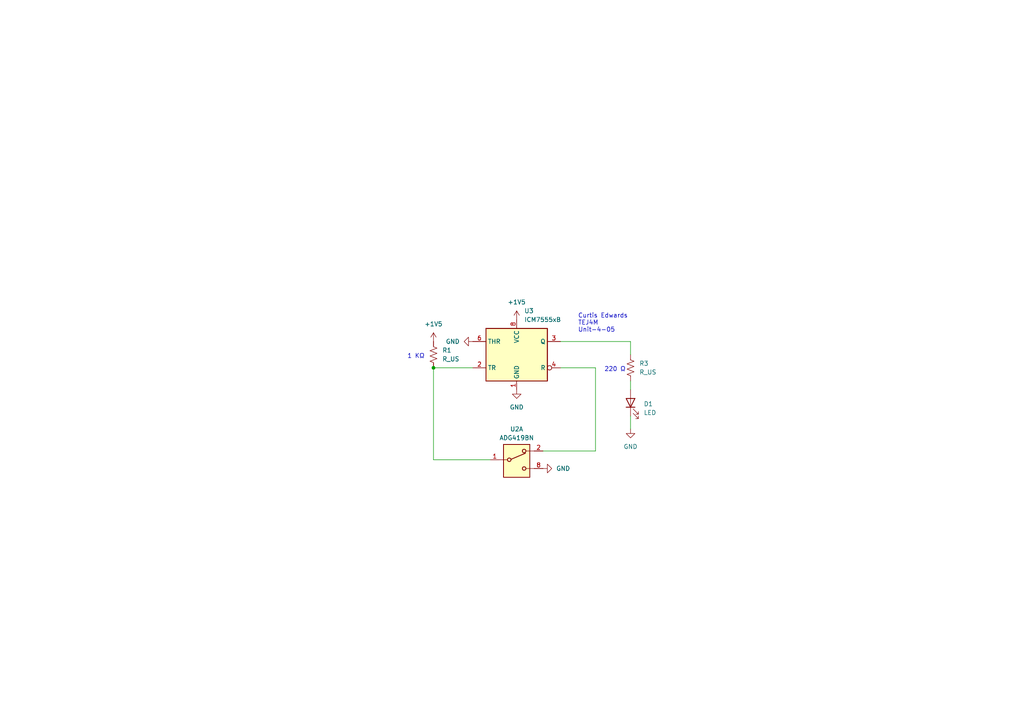
<source format=kicad_sch>
(kicad_sch (version 20230121) (generator eeschema)

  (uuid f4005b9d-6bf4-4db4-ae4b-7b9911c5697d)

  (paper "A4")

  (lib_symbols
    (symbol "Analog_Switch:ADG419BN" (pin_names (offset 0.254)) (in_bom yes) (on_board yes)
      (property "Reference" "U2" (at 0 6.35 0)
        (effects (font (size 1.27 1.27)))
      )
      (property "Value" "ADG419BN" (at 0 3.81 0)
        (effects (font (size 1.27 1.27)))
      )
      (property "Footprint" "Package_DIP:DIP-8_W7.62mm" (at 0 -8.89 0)
        (effects (font (size 1.27 1.27)) hide)
      )
      (property "Datasheet" "https://www.analog.com/media/en/technical-documentation/data-sheets/ADG419.pdf" (at 0 -6.35 0)
        (effects (font (size 1.27 1.27)) hide)
      )
      (property "ki_keywords" "CMOS Analog Switch" (at 0 0 0)
        (effects (font (size 1.27 1.27)) hide)
      )
      (property "ki_description" "Single SPDT Monolithic LC²MOS Analog Switch, 25Ohm Ron, DIP-8" (at 0 0 0)
        (effects (font (size 1.27 1.27)) hide)
      )
      (property "ki_fp_filters" "DIP*W7.62mm*" (at 0 0 0)
        (effects (font (size 1.27 1.27)) hide)
      )
      (symbol "ADG419BN_1_1"
        (rectangle (start -3.81 1.905) (end 3.81 -7.62)
          (stroke (width 0.254) (type default))
          (fill (type background))
        )
        (circle (center -2.159 -2.54) (radius 0.508)
          (stroke (width 0.254) (type default))
          (fill (type none))
        )
        (polyline
          (pts
            (xy -5.08 -2.54)
            (xy -2.794 -2.54)
          )
          (stroke (width 0) (type default))
          (fill (type none))
        )
        (polyline
          (pts
            (xy -1.651 -2.413)
            (xy 2.54 -0.635)
          )
          (stroke (width 0.254) (type default))
          (fill (type none))
        )
        (polyline
          (pts
            (xy 5.08 -5.08)
            (xy 2.794 -5.08)
          )
          (stroke (width 0) (type default))
          (fill (type none))
        )
        (polyline
          (pts
            (xy 5.08 0)
            (xy 2.794 0)
          )
          (stroke (width 0) (type default))
          (fill (type none))
        )
        (circle (center 2.159 -5.08) (radius 0.508)
          (stroke (width 0.254) (type default))
          (fill (type none))
        )
        (circle (center 2.159 0) (radius 0.508)
          (stroke (width 0.254) (type default))
          (fill (type none))
        )
        (pin passive line (at -7.62 -2.54 0) (length 2.54)
          (name "~" (effects (font (size 1.27 1.27))))
          (number "1" (effects (font (size 1.27 1.27))))
        )
        (pin passive line (at 7.62 0 180) (length 2.54)
          (name "~" (effects (font (size 1.27 1.27))))
          (number "2" (effects (font (size 1.27 1.27))))
        )
        (pin passive line (at 7.62 -5.08 180) (length 2.54)
          (name "~" (effects (font (size 1.27 1.27))))
          (number "8" (effects (font (size 1.27 1.27))))
        )
      )
      (symbol "ADG419BN_2_0"
        (pin power_in line (at 0 -12.7 90) (length 2.54)
          (name "GND" (effects (font (size 1.27 1.27))))
          (number "3" (effects (font (size 1.27 1.27))))
        )
        (pin power_in line (at 0 12.7 270) (length 2.54)
          (name "V+" (effects (font (size 1.27 1.27))))
          (number "4" (effects (font (size 1.27 1.27))))
        )
        (pin power_in line (at 2.54 12.7 270) (length 2.54)
          (name "VL" (effects (font (size 1.27 1.27))))
          (number "5" (effects (font (size 1.27 1.27))))
        )
        (pin power_in line (at 2.54 -12.7 90) (length 2.54)
          (name "V-" (effects (font (size 1.27 1.27))))
          (number "7" (effects (font (size 1.27 1.27))))
        )
      )
      (symbol "ADG419BN_2_1"
        (rectangle (start -3.81 10.16) (end 6.35 -10.16)
          (stroke (width 0.254) (type default))
          (fill (type background))
        )
      )
    )
    (symbol "Device:LED" (pin_numbers hide) (pin_names (offset 1.016) hide) (in_bom yes) (on_board yes)
      (property "Reference" "D" (at 0 2.54 0)
        (effects (font (size 1.27 1.27)))
      )
      (property "Value" "LED" (at 0 -2.54 0)
        (effects (font (size 1.27 1.27)))
      )
      (property "Footprint" "" (at 0 0 0)
        (effects (font (size 1.27 1.27)) hide)
      )
      (property "Datasheet" "~" (at 0 0 0)
        (effects (font (size 1.27 1.27)) hide)
      )
      (property "ki_keywords" "LED diode" (at 0 0 0)
        (effects (font (size 1.27 1.27)) hide)
      )
      (property "ki_description" "Light emitting diode" (at 0 0 0)
        (effects (font (size 1.27 1.27)) hide)
      )
      (property "ki_fp_filters" "LED* LED_SMD:* LED_THT:*" (at 0 0 0)
        (effects (font (size 1.27 1.27)) hide)
      )
      (symbol "LED_0_1"
        (polyline
          (pts
            (xy -1.27 -1.27)
            (xy -1.27 1.27)
          )
          (stroke (width 0.254) (type default))
          (fill (type none))
        )
        (polyline
          (pts
            (xy -1.27 0)
            (xy 1.27 0)
          )
          (stroke (width 0) (type default))
          (fill (type none))
        )
        (polyline
          (pts
            (xy 1.27 -1.27)
            (xy 1.27 1.27)
            (xy -1.27 0)
            (xy 1.27 -1.27)
          )
          (stroke (width 0.254) (type default))
          (fill (type none))
        )
        (polyline
          (pts
            (xy -3.048 -0.762)
            (xy -4.572 -2.286)
            (xy -3.81 -2.286)
            (xy -4.572 -2.286)
            (xy -4.572 -1.524)
          )
          (stroke (width 0) (type default))
          (fill (type none))
        )
        (polyline
          (pts
            (xy -1.778 -0.762)
            (xy -3.302 -2.286)
            (xy -2.54 -2.286)
            (xy -3.302 -2.286)
            (xy -3.302 -1.524)
          )
          (stroke (width 0) (type default))
          (fill (type none))
        )
      )
      (symbol "LED_1_1"
        (pin passive line (at -3.81 0 0) (length 2.54)
          (name "K" (effects (font (size 1.27 1.27))))
          (number "1" (effects (font (size 1.27 1.27))))
        )
        (pin passive line (at 3.81 0 180) (length 2.54)
          (name "A" (effects (font (size 1.27 1.27))))
          (number "2" (effects (font (size 1.27 1.27))))
        )
      )
    )
    (symbol "Device:R_US" (pin_numbers hide) (pin_names (offset 0)) (in_bom yes) (on_board yes)
      (property "Reference" "R" (at 2.54 0 90)
        (effects (font (size 1.27 1.27)))
      )
      (property "Value" "R_US" (at -2.54 0 90)
        (effects (font (size 1.27 1.27)))
      )
      (property "Footprint" "" (at 1.016 -0.254 90)
        (effects (font (size 1.27 1.27)) hide)
      )
      (property "Datasheet" "~" (at 0 0 0)
        (effects (font (size 1.27 1.27)) hide)
      )
      (property "ki_keywords" "R res resistor" (at 0 0 0)
        (effects (font (size 1.27 1.27)) hide)
      )
      (property "ki_description" "Resistor, US symbol" (at 0 0 0)
        (effects (font (size 1.27 1.27)) hide)
      )
      (property "ki_fp_filters" "R_*" (at 0 0 0)
        (effects (font (size 1.27 1.27)) hide)
      )
      (symbol "R_US_0_1"
        (polyline
          (pts
            (xy 0 -2.286)
            (xy 0 -2.54)
          )
          (stroke (width 0) (type default))
          (fill (type none))
        )
        (polyline
          (pts
            (xy 0 2.286)
            (xy 0 2.54)
          )
          (stroke (width 0) (type default))
          (fill (type none))
        )
        (polyline
          (pts
            (xy 0 -0.762)
            (xy 1.016 -1.143)
            (xy 0 -1.524)
            (xy -1.016 -1.905)
            (xy 0 -2.286)
          )
          (stroke (width 0) (type default))
          (fill (type none))
        )
        (polyline
          (pts
            (xy 0 0.762)
            (xy 1.016 0.381)
            (xy 0 0)
            (xy -1.016 -0.381)
            (xy 0 -0.762)
          )
          (stroke (width 0) (type default))
          (fill (type none))
        )
        (polyline
          (pts
            (xy 0 2.286)
            (xy 1.016 1.905)
            (xy 0 1.524)
            (xy -1.016 1.143)
            (xy 0 0.762)
          )
          (stroke (width 0) (type default))
          (fill (type none))
        )
      )
      (symbol "R_US_1_1"
        (pin passive line (at 0 3.81 270) (length 1.27)
          (name "~" (effects (font (size 1.27 1.27))))
          (number "1" (effects (font (size 1.27 1.27))))
        )
        (pin passive line (at 0 -3.81 90) (length 1.27)
          (name "~" (effects (font (size 1.27 1.27))))
          (number "2" (effects (font (size 1.27 1.27))))
        )
      )
    )
    (symbol "ICM7555xB_1" (in_bom yes) (on_board yes)
      (property "Reference" "U3" (at 2.1941 12.7 0)
        (effects (font (size 1.27 1.27)) (justify left))
      )
      (property "Value" "ICM7555xB" (at 2.1941 10.16 0)
        (effects (font (size 1.27 1.27)) (justify left))
      )
      (property "Footprint" "Package_SO:SOIC-8_3.9x4.9mm_P1.27mm" (at 21.59 -10.16 0)
        (effects (font (size 1.27 1.27)) hide)
      )
      (property "Datasheet" "http://www.intersil.com/content/dam/Intersil/documents/icm7/icm7555-56.pdf" (at 21.59 -10.16 0)
        (effects (font (size 1.27 1.27)) hide)
      )
      (property "ki_keywords" "single timer 555" (at 0 0 0)
        (effects (font (size 1.27 1.27)) hide)
      )
      (property "ki_description" "CMOS General Purpose Timer, 555 compatible, SOIC-8" (at 0 0 0)
        (effects (font (size 1.27 1.27)) hide)
      )
      (property "ki_fp_filters" "SOIC*3.9x4.9mm*P1.27mm*" (at 0 0 0)
        (effects (font (size 1.27 1.27)) hide)
      )
      (symbol "ICM7555xB_1_0_0"
        (pin power_in line (at 0 -10.16 90) (length 2.54)
          (name "GND" (effects (font (size 1.27 1.27))))
          (number "1" (effects (font (size 1.27 1.27))))
        )
        (pin power_in line (at 0 10.16 270) (length 2.54)
          (name "VCC" (effects (font (size 1.27 1.27))))
          (number "8" (effects (font (size 1.27 1.27))))
        )
      )
      (symbol "ICM7555xB_1_0_1"
        (rectangle (start -8.89 -7.62) (end 8.89 7.62)
          (stroke (width 0.254) (type default))
          (fill (type background))
        )
        (rectangle (start -8.89 -7.62) (end 8.89 7.62)
          (stroke (width 0.254) (type default))
          (fill (type background))
        )
      )
      (symbol "ICM7555xB_1_1_1"
        (pin input line (at -12.7 -3.81 0) (length 3.81)
          (name "TR" (effects (font (size 1.27 1.27))))
          (number "2" (effects (font (size 1.27 1.27))))
        )
        (pin output line (at 12.7 3.81 180) (length 3.81)
          (name "Q" (effects (font (size 1.27 1.27))))
          (number "3" (effects (font (size 1.27 1.27))))
        )
        (pin input inverted (at 12.7 -3.81 180) (length 3.81)
          (name "R" (effects (font (size 1.27 1.27))))
          (number "4" (effects (font (size 1.27 1.27))))
        )
        (pin input line (at -12.7 3.81 0) (length 3.81)
          (name "THR" (effects (font (size 1.27 1.27))))
          (number "6" (effects (font (size 1.27 1.27))))
        )
      )
    )
    (symbol "power:+1V5" (power) (pin_names (offset 0)) (in_bom yes) (on_board yes)
      (property "Reference" "#PWR" (at 0 -3.81 0)
        (effects (font (size 1.27 1.27)) hide)
      )
      (property "Value" "+1V5" (at 0 3.556 0)
        (effects (font (size 1.27 1.27)))
      )
      (property "Footprint" "" (at 0 0 0)
        (effects (font (size 1.27 1.27)) hide)
      )
      (property "Datasheet" "" (at 0 0 0)
        (effects (font (size 1.27 1.27)) hide)
      )
      (property "ki_keywords" "global power" (at 0 0 0)
        (effects (font (size 1.27 1.27)) hide)
      )
      (property "ki_description" "Power symbol creates a global label with name \"+1V5\"" (at 0 0 0)
        (effects (font (size 1.27 1.27)) hide)
      )
      (symbol "+1V5_0_1"
        (polyline
          (pts
            (xy -0.762 1.27)
            (xy 0 2.54)
          )
          (stroke (width 0) (type default))
          (fill (type none))
        )
        (polyline
          (pts
            (xy 0 0)
            (xy 0 2.54)
          )
          (stroke (width 0) (type default))
          (fill (type none))
        )
        (polyline
          (pts
            (xy 0 2.54)
            (xy 0.762 1.27)
          )
          (stroke (width 0) (type default))
          (fill (type none))
        )
      )
      (symbol "+1V5_1_1"
        (pin power_in line (at 0 0 90) (length 0) hide
          (name "+1V5" (effects (font (size 1.27 1.27))))
          (number "1" (effects (font (size 1.27 1.27))))
        )
      )
    )
    (symbol "power:GND" (power) (pin_names (offset 0)) (in_bom yes) (on_board yes)
      (property "Reference" "#PWR" (at 0 -6.35 0)
        (effects (font (size 1.27 1.27)) hide)
      )
      (property "Value" "GND" (at 0 -3.81 0)
        (effects (font (size 1.27 1.27)))
      )
      (property "Footprint" "" (at 0 0 0)
        (effects (font (size 1.27 1.27)) hide)
      )
      (property "Datasheet" "" (at 0 0 0)
        (effects (font (size 1.27 1.27)) hide)
      )
      (property "ki_keywords" "global power" (at 0 0 0)
        (effects (font (size 1.27 1.27)) hide)
      )
      (property "ki_description" "Power symbol creates a global label with name \"GND\" , ground" (at 0 0 0)
        (effects (font (size 1.27 1.27)) hide)
      )
      (symbol "GND_0_1"
        (polyline
          (pts
            (xy 0 0)
            (xy 0 -1.27)
            (xy 1.27 -1.27)
            (xy 0 -2.54)
            (xy -1.27 -1.27)
            (xy 0 -1.27)
          )
          (stroke (width 0) (type default))
          (fill (type none))
        )
      )
      (symbol "GND_1_1"
        (pin power_in line (at 0 0 270) (length 0) hide
          (name "GND" (effects (font (size 1.27 1.27))))
          (number "1" (effects (font (size 1.27 1.27))))
        )
      )
    )
  )

  (junction (at 125.73 106.68) (diameter 0) (color 0 0 0 0)
    (uuid e6ac488e-38ba-4fad-9c2c-f98bb773c6be)
  )

  (wire (pts (xy 182.88 120.65) (xy 182.88 124.46))
    (stroke (width 0) (type default))
    (uuid 08cefe24-a648-46fe-a85b-d3fcf72f2844)
  )
  (wire (pts (xy 182.88 110.49) (xy 182.88 113.03))
    (stroke (width 0) (type default))
    (uuid 0cce5e8f-50ff-49d5-9a69-f301314940c9)
  )
  (wire (pts (xy 182.88 99.06) (xy 182.88 102.87))
    (stroke (width 0) (type default))
    (uuid 59521f32-7b70-4146-a4bd-e8de32c42f8f)
  )
  (wire (pts (xy 125.73 106.68) (xy 125.73 133.35))
    (stroke (width 0) (type default))
    (uuid 627a158f-a5e3-45b1-8f53-2955ae9d182e)
  )
  (wire (pts (xy 172.72 106.68) (xy 162.56 106.68))
    (stroke (width 0) (type default))
    (uuid 6a45d41e-3254-411c-a582-e3050528e85e)
  )
  (wire (pts (xy 157.48 130.81) (xy 172.72 130.81))
    (stroke (width 0) (type default))
    (uuid 907088ca-1397-4f89-81d8-241d66647210)
  )
  (wire (pts (xy 162.56 99.06) (xy 182.88 99.06))
    (stroke (width 0) (type default))
    (uuid c8b5df6a-07cf-4065-9b59-a9ef2dc8712b)
  )
  (wire (pts (xy 125.73 133.35) (xy 142.24 133.35))
    (stroke (width 0) (type default))
    (uuid cf7ed12f-598e-43d1-acc1-0094d0b0d05c)
  )
  (wire (pts (xy 172.72 130.81) (xy 172.72 106.68))
    (stroke (width 0) (type default))
    (uuid d8d98fe7-6328-46f3-99ba-96b88a14fa65)
  )
  (wire (pts (xy 137.16 106.68) (xy 125.73 106.68))
    (stroke (width 0) (type default))
    (uuid f81ce635-29d9-4906-b3ea-268cd1ffb5e8)
  )

  (text "1 KΩ" (at 118.11 104.14 0)
    (effects (font (size 1.27 1.27)) (justify left bottom))
    (uuid 45d4861b-be11-432d-822b-7ada98fe44ba)
  )
  (text "Curtis Edwards\nTEJ4M\nUnit-4-05" (at 167.64 96.52 0)
    (effects (font (size 1.27 1.27)) (justify left bottom))
    (uuid 93294c6f-7d25-472f-a3fd-eae20a97327d)
  )
  (text "220 Ω" (at 175.26 107.95 0)
    (effects (font (size 1.27 1.27)) (justify left bottom))
    (uuid f179c129-f9e8-496d-baa1-465a81137351)
  )

  (symbol (lib_id "Device:LED") (at 182.88 116.84 90) (unit 1)
    (in_bom yes) (on_board yes) (dnp no) (fields_autoplaced)
    (uuid 0988a912-ed97-4a9c-b37a-22f9118917d2)
    (property "Reference" "D1" (at 186.69 117.1575 90)
      (effects (font (size 1.27 1.27)) (justify right))
    )
    (property "Value" "LED" (at 186.69 119.6975 90)
      (effects (font (size 1.27 1.27)) (justify right))
    )
    (property "Footprint" "" (at 182.88 116.84 0)
      (effects (font (size 1.27 1.27)) hide)
    )
    (property "Datasheet" "~" (at 182.88 116.84 0)
      (effects (font (size 1.27 1.27)) hide)
    )
    (pin "1" (uuid 9d7a5809-4b07-46a3-a066-319c0830be62))
    (pin "2" (uuid 133015c2-f5ff-45ba-830d-7972b55e8dc1))
    (instances
      (project "TEJ4M-Unit-4-04"
        (path "/9813bc13-59ec-476e-9132-aa5e8bdff624"
          (reference "D1") (unit 1)
        )
      )
      (project "TEJ4M-Unit-4-05"
        (path "/f4005b9d-6bf4-4db4-ae4b-7b9911c5697d"
          (reference "D1") (unit 1)
        )
      )
    )
  )

  (symbol (lib_id "power:+1V5") (at 149.86 92.71 0) (unit 1)
    (in_bom yes) (on_board yes) (dnp no) (fields_autoplaced)
    (uuid 1f076668-9219-4e46-89db-90bf3d4c5cc4)
    (property "Reference" "#PWR05" (at 149.86 96.52 0)
      (effects (font (size 1.27 1.27)) hide)
    )
    (property "Value" "+1V5" (at 149.86 87.63 0)
      (effects (font (size 1.27 1.27)))
    )
    (property "Footprint" "" (at 149.86 92.71 0)
      (effects (font (size 1.27 1.27)) hide)
    )
    (property "Datasheet" "" (at 149.86 92.71 0)
      (effects (font (size 1.27 1.27)) hide)
    )
    (pin "1" (uuid 006b2a3e-73b2-4dae-99e8-47a826cd10b7))
    (instances
      (project "TEJ4M-Unit-4-04"
        (path "/9813bc13-59ec-476e-9132-aa5e8bdff624"
          (reference "#PWR05") (unit 1)
        )
      )
      (project "TEJ4M-Unit-4-05"
        (path "/f4005b9d-6bf4-4db4-ae4b-7b9911c5697d"
          (reference "#PWR05") (unit 1)
        )
      )
    )
  )

  (symbol (lib_id "power:+1V5") (at 125.73 99.06 0) (unit 1)
    (in_bom yes) (on_board yes) (dnp no) (fields_autoplaced)
    (uuid 1fd5be2d-3ee7-466f-a3ef-6430f0125afc)
    (property "Reference" "#PWR02" (at 125.73 102.87 0)
      (effects (font (size 1.27 1.27)) hide)
    )
    (property "Value" "+1V5" (at 125.73 93.98 0)
      (effects (font (size 1.27 1.27)))
    )
    (property "Footprint" "" (at 125.73 99.06 0)
      (effects (font (size 1.27 1.27)) hide)
    )
    (property "Datasheet" "" (at 125.73 99.06 0)
      (effects (font (size 1.27 1.27)) hide)
    )
    (pin "1" (uuid 91f86808-de2f-41c6-aa0d-fe955ed84170))
    (instances
      (project "TEJ4M-Unit-4-04"
        (path "/9813bc13-59ec-476e-9132-aa5e8bdff624"
          (reference "#PWR02") (unit 1)
        )
      )
      (project "TEJ4M-Unit-4-05"
        (path "/f4005b9d-6bf4-4db4-ae4b-7b9911c5697d"
          (reference "#PWR01") (unit 1)
        )
      )
    )
  )

  (symbol (lib_id "Device:R_US") (at 182.88 106.68 0) (unit 1)
    (in_bom yes) (on_board yes) (dnp no) (fields_autoplaced)
    (uuid 3c89877a-0be0-4804-9707-751a3ff2578e)
    (property "Reference" "R6" (at 185.42 105.41 0)
      (effects (font (size 1.27 1.27)) (justify left))
    )
    (property "Value" "R_US" (at 185.42 107.95 0)
      (effects (font (size 1.27 1.27)) (justify left))
    )
    (property "Footprint" "" (at 183.896 106.934 90)
      (effects (font (size 1.27 1.27)) hide)
    )
    (property "Datasheet" "~" (at 182.88 106.68 0)
      (effects (font (size 1.27 1.27)) hide)
    )
    (pin "1" (uuid 9df50b4f-7783-4521-8b9a-5182e6760bca))
    (pin "2" (uuid 42669cba-3515-4dfc-a518-0412904dd1f2))
    (instances
      (project "TEJ4M-Unit-4-04"
        (path "/9813bc13-59ec-476e-9132-aa5e8bdff624"
          (reference "R6") (unit 1)
        )
      )
      (project "TEJ4M-Unit-4-05"
        (path "/f4005b9d-6bf4-4db4-ae4b-7b9911c5697d"
          (reference "R3") (unit 1)
        )
      )
    )
  )

  (symbol (lib_id "power:GND") (at 182.88 124.46 0) (unit 1)
    (in_bom yes) (on_board yes) (dnp no) (fields_autoplaced)
    (uuid 725188d3-55c5-4397-b314-f5c5620bcb74)
    (property "Reference" "#PWR04" (at 182.88 130.81 0)
      (effects (font (size 1.27 1.27)) hide)
    )
    (property "Value" "GND" (at 182.88 129.54 0)
      (effects (font (size 1.27 1.27)))
    )
    (property "Footprint" "" (at 182.88 124.46 0)
      (effects (font (size 1.27 1.27)) hide)
    )
    (property "Datasheet" "" (at 182.88 124.46 0)
      (effects (font (size 1.27 1.27)) hide)
    )
    (pin "1" (uuid 9132c8d4-3329-4a53-a5fd-a91ca490e346))
    (instances
      (project "TEJ4M-Unit-4-04"
        (path "/9813bc13-59ec-476e-9132-aa5e8bdff624"
          (reference "#PWR04") (unit 1)
        )
      )
      (project "TEJ4M-Unit-4-05"
        (path "/f4005b9d-6bf4-4db4-ae4b-7b9911c5697d"
          (reference "#PWR07") (unit 1)
        )
      )
    )
  )

  (symbol (lib_id "Analog_Switch:ADG419BN") (at 149.86 130.81 0) (unit 1)
    (in_bom yes) (on_board yes) (dnp no) (fields_autoplaced)
    (uuid 93eb6714-57bb-4ba1-936c-140deec24a0e)
    (property "Reference" "U2" (at 149.86 124.46 0)
      (effects (font (size 1.27 1.27)))
    )
    (property "Value" "ADG419BN" (at 149.86 127 0)
      (effects (font (size 1.27 1.27)))
    )
    (property "Footprint" "Package_DIP:DIP-8_W7.62mm" (at 149.86 139.7 0)
      (effects (font (size 1.27 1.27)) hide)
    )
    (property "Datasheet" "https://www.analog.com/media/en/technical-documentation/data-sheets/ADG419.pdf" (at 149.86 137.16 0)
      (effects (font (size 1.27 1.27)) hide)
    )
    (pin "1" (uuid a9b22f8d-5207-4786-b4e2-37c8a1c9108f))
    (pin "2" (uuid b4f6bec9-fc7f-4d04-b2f3-842fb24665ae))
    (pin "8" (uuid 21c6c7aa-58f2-477d-aaad-4ba1182b8e3e))
    (pin "3" (uuid 9f8ff57e-1707-4fde-b44d-e21f301427fd))
    (pin "4" (uuid 9f935091-3829-4dda-bbec-110a0bf81926))
    (pin "5" (uuid 18563547-0d62-4a7a-b096-416979d5d59c))
    (pin "7" (uuid 187c886b-ed8e-4420-80b7-81dc147735a2))
    (instances
      (project "TEJ4M-Unit-4-05"
        (path "/f4005b9d-6bf4-4db4-ae4b-7b9911c5697d"
          (reference "U2") (unit 1)
        )
      )
    )
  )

  (symbol (lib_id "power:GND") (at 137.16 99.06 270) (unit 1)
    (in_bom yes) (on_board yes) (dnp no) (fields_autoplaced)
    (uuid 9a788b38-8049-4bbc-b581-be896b045e76)
    (property "Reference" "#PWR03" (at 130.81 99.06 0)
      (effects (font (size 1.27 1.27)) hide)
    )
    (property "Value" "GND" (at 133.35 99.06 90)
      (effects (font (size 1.27 1.27)) (justify right))
    )
    (property "Footprint" "" (at 137.16 99.06 0)
      (effects (font (size 1.27 1.27)) hide)
    )
    (property "Datasheet" "" (at 137.16 99.06 0)
      (effects (font (size 1.27 1.27)) hide)
    )
    (pin "1" (uuid 14a801d8-e7f9-4f92-b746-8eebfc22ddb6))
    (instances
      (project "TEJ4M-Unit-4-04"
        (path "/9813bc13-59ec-476e-9132-aa5e8bdff624"
          (reference "#PWR03") (unit 1)
        )
      )
      (project "TEJ4M-Unit-4-05"
        (path "/f4005b9d-6bf4-4db4-ae4b-7b9911c5697d"
          (reference "#PWR03") (unit 1)
        )
      )
    )
  )

  (symbol (lib_id "power:GND") (at 157.48 135.89 90) (unit 1)
    (in_bom yes) (on_board yes) (dnp no) (fields_autoplaced)
    (uuid ba2eb778-c84b-485d-bbfe-bd0a8a54b36c)
    (property "Reference" "#PWR01" (at 163.83 135.89 0)
      (effects (font (size 1.27 1.27)) hide)
    )
    (property "Value" "GND" (at 161.29 135.89 90)
      (effects (font (size 1.27 1.27)) (justify right))
    )
    (property "Footprint" "" (at 157.48 135.89 0)
      (effects (font (size 1.27 1.27)) hide)
    )
    (property "Datasheet" "" (at 157.48 135.89 0)
      (effects (font (size 1.27 1.27)) hide)
    )
    (pin "1" (uuid 5cda9e47-cde6-4e77-bfca-c99f34f7d25c))
    (instances
      (project "TEJ4M-Unit-4-04"
        (path "/9813bc13-59ec-476e-9132-aa5e8bdff624"
          (reference "#PWR01") (unit 1)
        )
      )
      (project "TEJ4M-Unit-4-05"
        (path "/f4005b9d-6bf4-4db4-ae4b-7b9911c5697d"
          (reference "#PWR02") (unit 1)
        )
      )
    )
  )

  (symbol (lib_name "ICM7555xB_1") (lib_id "Timer:ICM7555xB") (at 149.86 102.87 0) (unit 1)
    (in_bom yes) (on_board yes) (dnp no) (fields_autoplaced)
    (uuid ebd53789-1279-41e2-bd99-c05ec65e2e65)
    (property "Reference" "U3" (at 152.0541 90.17 0)
      (effects (font (size 1.27 1.27)) (justify left))
    )
    (property "Value" "ICM7555xB" (at 152.0541 92.71 0)
      (effects (font (size 1.27 1.27)) (justify left))
    )
    (property "Footprint" "Package_SO:SOIC-8_3.9x4.9mm_P1.27mm" (at 171.45 113.03 0)
      (effects (font (size 1.27 1.27)) hide)
    )
    (property "Datasheet" "http://www.intersil.com/content/dam/Intersil/documents/icm7/icm7555-56.pdf" (at 171.45 113.03 0)
      (effects (font (size 1.27 1.27)) hide)
    )
    (pin "1" (uuid 8ef05829-f635-4f20-ab8e-073f8f8266c9))
    (pin "8" (uuid 7bde6456-da59-49fd-ba86-f2e4556546ba))
    (pin "2" (uuid f57e6521-bf0b-4a7c-911e-4115bdd1fc55))
    (pin "3" (uuid 25a5bf6f-af2e-435d-a33f-088f005607ef))
    (pin "4" (uuid 25851d62-3dc2-4860-819e-f627af16c166))
    (pin "6" (uuid dc4668c9-5682-444e-9823-ccf582258c38))
    (instances
      (project "TEJ4M-Unit-4-05"
        (path "/f4005b9d-6bf4-4db4-ae4b-7b9911c5697d"
          (reference "U3") (unit 1)
        )
      )
    )
  )

  (symbol (lib_id "Device:R_US") (at 125.73 102.87 0) (unit 1)
    (in_bom yes) (on_board yes) (dnp no) (fields_autoplaced)
    (uuid ef60780d-1029-46f0-98b2-b71e1afc3880)
    (property "Reference" "R2" (at 128.27 101.6 0)
      (effects (font (size 1.27 1.27)) (justify left))
    )
    (property "Value" "R_US" (at 128.27 104.14 0)
      (effects (font (size 1.27 1.27)) (justify left))
    )
    (property "Footprint" "" (at 126.746 103.124 90)
      (effects (font (size 1.27 1.27)) hide)
    )
    (property "Datasheet" "~" (at 125.73 102.87 0)
      (effects (font (size 1.27 1.27)) hide)
    )
    (pin "1" (uuid c838dc4c-69b0-4da6-b725-e492f80a2fac))
    (pin "2" (uuid 953dc312-e9d1-4343-9c36-16b1451ff183))
    (instances
      (project "TEJ4M-Unit-4-04"
        (path "/9813bc13-59ec-476e-9132-aa5e8bdff624"
          (reference "R2") (unit 1)
        )
      )
      (project "TEJ4M-Unit-4-05"
        (path "/f4005b9d-6bf4-4db4-ae4b-7b9911c5697d"
          (reference "R1") (unit 1)
        )
      )
    )
  )

  (symbol (lib_id "power:GND") (at 149.86 113.03 0) (unit 1)
    (in_bom yes) (on_board yes) (dnp no) (fields_autoplaced)
    (uuid fd09c9fa-1e0a-4dd5-842c-5dbf1fdce5c6)
    (property "Reference" "#PWR03" (at 149.86 119.38 0)
      (effects (font (size 1.27 1.27)) hide)
    )
    (property "Value" "GND" (at 149.86 118.11 0)
      (effects (font (size 1.27 1.27)))
    )
    (property "Footprint" "" (at 149.86 113.03 0)
      (effects (font (size 1.27 1.27)) hide)
    )
    (property "Datasheet" "" (at 149.86 113.03 0)
      (effects (font (size 1.27 1.27)) hide)
    )
    (pin "1" (uuid 1366b315-3dc0-4233-831f-497c24a78fb0))
    (instances
      (project "TEJ4M-Unit-4-04"
        (path "/9813bc13-59ec-476e-9132-aa5e8bdff624"
          (reference "#PWR03") (unit 1)
        )
      )
      (project "TEJ4M-Unit-4-05"
        (path "/f4005b9d-6bf4-4db4-ae4b-7b9911c5697d"
          (reference "#PWR06") (unit 1)
        )
      )
    )
  )

  (sheet_instances
    (path "/" (page "1"))
  )
)

</source>
